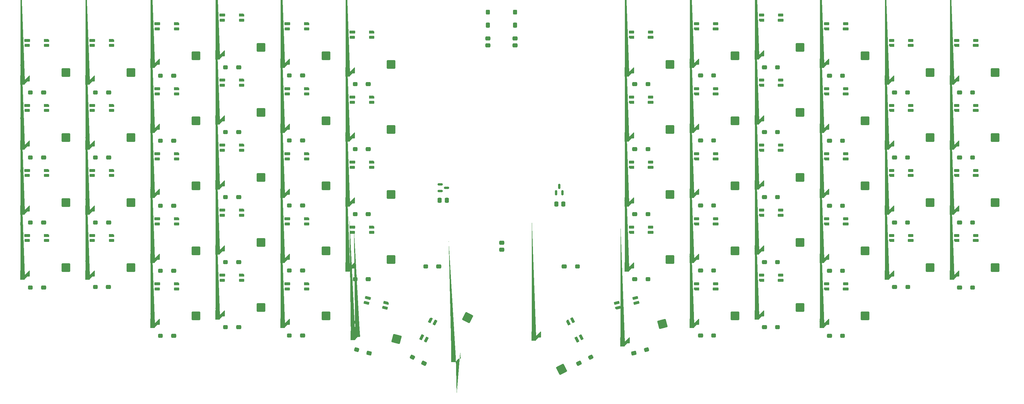
<source format=gtp>
%TF.GenerationSoftware,KiCad,Pcbnew,7.0.10*%
%TF.CreationDate,2024-03-02T14:12:03-05:00*%
%TF.ProjectId,Sofle_Chico_Panel,536f666c-655f-4436-9869-636f5f50616e,v3.5.4*%
%TF.SameCoordinates,Original*%
%TF.FileFunction,Paste,Top*%
%TF.FilePolarity,Positive*%
%FSLAX46Y46*%
G04 Gerber Fmt 4.6, Leading zero omitted, Abs format (unit mm)*
G04 Created by KiCad (PCBNEW 7.0.10) date 2024-03-02 14:12:03*
%MOMM*%
%LPD*%
G01*
G04 APERTURE LIST*
G04 Aperture macros list*
%AMRoundRect*
0 Rectangle with rounded corners*
0 $1 Rounding radius*
0 $2 $3 $4 $5 $6 $7 $8 $9 X,Y pos of 4 corners*
0 Add a 4 corners polygon primitive as box body*
4,1,4,$2,$3,$4,$5,$6,$7,$8,$9,$2,$3,0*
0 Add four circle primitives for the rounded corners*
1,1,$1+$1,$2,$3*
1,1,$1+$1,$4,$5*
1,1,$1+$1,$6,$7*
1,1,$1+$1,$8,$9*
0 Add four rect primitives between the rounded corners*
20,1,$1+$1,$2,$3,$4,$5,0*
20,1,$1+$1,$4,$5,$6,$7,0*
20,1,$1+$1,$6,$7,$8,$9,0*
20,1,$1+$1,$8,$9,$2,$3,0*%
%AMFreePoly0*
4,1,53,1.315063,1.345106,1.330902,1.345106,1.343715,1.335796,1.358779,1.330902,1.368088,1.318088,1.380902,1.308779,1.385796,1.293715,1.395106,1.280902,1.395106,1.265062,1.400000,1.250000,1.400000,-0.300000,1.395106,-0.315062,1.395106,-0.330902,1.385796,-0.343715,1.380902,-0.358779,1.368088,-0.368088,1.358779,-0.380902,1.343715,-0.385796,1.330902,-0.395106,1.315063,-0.395106,
1.300000,-0.400000,0.743013,-0.400000,-0.127405,-1.318774,-0.135680,-1.323276,-0.141221,-1.330902,-0.162261,-1.337738,-0.181694,-1.348311,-0.191039,-1.347088,-0.200000,-1.350000,-1.250000,-1.350000,-1.265063,-1.345106,-1.280902,-1.345106,-1.293715,-1.335796,-1.308779,-1.330902,-1.318088,-1.318088,-1.330902,-1.308779,-1.335796,-1.293715,-1.345106,-1.280902,-1.345106,-1.265062,-1.350000,-1.250000,
-1.350000,1.250000,-1.345106,1.265062,-1.345106,1.280902,-1.335796,1.293715,-1.330902,1.308779,-1.318088,1.318088,-1.308779,1.330902,-1.293715,1.335796,-1.280902,1.345106,-1.265063,1.345106,-1.250000,1.350000,1.300000,1.350000,1.315063,1.345106,1.315063,1.345106,$1*%
%AMFreePoly1*
4,1,18,-0.800000,0.287000,-0.790637,0.334070,-0.763974,0.373974,-0.724070,0.400637,-0.677000,0.410000,0.677000,0.410000,0.724070,0.400637,0.763974,0.373974,0.790637,0.334070,0.800000,0.287000,0.800000,-0.287000,0.790637,-0.334070,0.763974,-0.373974,0.724070,-0.400637,0.677000,-0.410000,-0.472000,-0.410000,-0.800000,-0.082000,-0.800000,0.287000,-0.800000,0.287000,$1*%
G04 Aperture macros list end*
%ADD10RoundRect,0.300000X-0.450000X-0.300000X0.450000X-0.300000X0.450000X0.300000X-0.450000X0.300000X0*%
%ADD11RoundRect,0.300000X-0.400000X-0.300000X0.400000X-0.300000X0.400000X0.300000X-0.400000X0.300000X0*%
%ADD12RoundRect,0.300000X-0.264756X-0.471598X0.537150X-0.063006X0.264756X0.471598X-0.537150X0.063006X0*%
%ADD13RoundRect,0.300000X-0.220205X-0.448898X0.492600X-0.085706X0.220205X0.448898X-0.492600X0.085706X0*%
%ADD14FreePoly0,180.000000*%
%ADD15RoundRect,0.250000X1.025000X1.000000X-1.025000X1.000000X-1.025000X-1.000000X1.025000X-1.000000X0*%
%ADD16FreePoly0,117.000000*%
%ADD17RoundRect,0.250000X1.356347X-0.459291X0.425666X1.367272X-1.356347X0.459291X-0.425666X-1.367272X0*%
%ADD18FreePoly0,195.000000*%
%ADD19RoundRect,0.250000X0.731255X1.231215X-1.248893X0.700636X-0.731255X-1.231215X1.248893X-0.700636X0*%
%ADD20RoundRect,0.300000X-0.357021X-0.406246X0.512312X-0.173309X0.357021X0.406246X-0.512312X0.173309X0*%
%ADD21RoundRect,0.300000X-0.308725X-0.393305X0.464016X-0.186250X0.308725X0.393305X-0.464016X0.186250X0*%
%ADD22FreePoly1,180.000000*%
%ADD23RoundRect,0.123000X-0.677000X-0.287000X0.677000X-0.287000X0.677000X0.287000X-0.677000X0.287000X0*%
%ADD24RoundRect,0.123000X0.677000X0.287000X-0.677000X0.287000X-0.677000X-0.287000X0.677000X-0.287000X0*%
%ADD25RoundRect,0.123000X0.727000X0.287000X-0.727000X0.287000X-0.727000X-0.287000X0.727000X-0.287000X0*%
%ADD26FreePoly1,0.000000*%
%ADD27RoundRect,0.123000X-0.727000X-0.287000X0.727000X-0.287000X0.727000X0.287000X-0.727000X0.287000X0*%
%ADD28RoundRect,0.300000X0.450000X0.300000X-0.450000X0.300000X-0.450000X-0.300000X0.450000X-0.300000X0*%
%ADD29RoundRect,0.300000X0.400000X0.300000X-0.400000X0.300000X-0.400000X-0.300000X0.400000X-0.300000X0*%
%ADD30FreePoly1,15.000000*%
%ADD31RoundRect,0.123000X0.579651X0.452441X-0.728213X0.102000X-0.579651X-0.452441X0.728213X-0.102000X0*%
%ADD32RoundRect,0.123000X-0.579651X-0.452441X0.728213X-0.102000X0.579651X0.452441X-0.728213X0.102000X0*%
%ADD33RoundRect,0.123000X-0.627947X-0.465382X0.776509X-0.089059X0.627947X0.465382X-0.776509X0.089059X0*%
%ADD34FreePoly1,297.000000*%
%ADD35RoundRect,0.123000X0.563070X-0.472916X-0.051633X0.733507X-0.563070X0.472916X0.051633X-0.733507X0*%
%ADD36RoundRect,0.123000X-0.563070X0.472916X0.051633X-0.733507X0.563070X-0.472916X-0.051633X0.733507X0*%
%ADD37RoundRect,0.123000X-0.585770X0.517466X0.074332X-0.778057X0.585770X-0.517466X-0.074332X0.778057X0*%
%ADD38RoundRect,0.300000X0.300000X-0.450000X0.300000X0.450000X-0.300000X0.450000X-0.300000X-0.450000X0*%
%ADD39RoundRect,0.300000X0.300000X-0.400000X0.300000X0.400000X-0.300000X0.400000X-0.300000X-0.400000X0*%
%ADD40RoundRect,0.250000X-0.475000X0.337500X-0.475000X-0.337500X0.475000X-0.337500X0.475000X0.337500X0*%
%ADD41FreePoly0,243.000000*%
%ADD42RoundRect,0.250000X-0.425666X1.367272X-1.356347X-0.459291X0.425666X-1.367272X1.356347X0.459291X0*%
%ADD43FreePoly1,165.000000*%
%ADD44RoundRect,0.123000X-0.728213X-0.102000X0.579651X-0.452441X0.728213X0.102000X-0.579651X0.452441X0*%
%ADD45RoundRect,0.123000X0.728213X0.102000X-0.579651X0.452441X-0.728213X-0.102000X0.579651X-0.452441X0*%
%ADD46RoundRect,0.123000X0.776509X0.089059X-0.627947X0.465382X-0.776509X-0.089059X0.627947X-0.465382X0*%
%ADD47FreePoly1,243.000000*%
%ADD48RoundRect,0.123000X-0.051633X-0.733507X0.563070X0.472916X0.051633X0.733507X-0.563070X-0.472916X0*%
%ADD49RoundRect,0.123000X0.051633X0.733507X-0.563070X-0.472916X-0.051633X-0.733507X0.563070X0.472916X0*%
%ADD50RoundRect,0.123000X0.074332X0.778057X-0.585770X-0.517466X-0.074332X-0.778057X0.585770X0.517466X0*%
%ADD51RoundRect,0.250000X0.337500X0.475000X-0.337500X0.475000X-0.337500X-0.475000X0.337500X-0.475000X0*%
%ADD52RoundRect,0.300000X0.537150X0.063006X-0.264756X0.471598X-0.537150X-0.063006X0.264756X-0.471598X0*%
%ADD53RoundRect,0.300000X0.492600X0.085706X-0.220205X0.448898X-0.492600X-0.085706X0.220205X-0.448898X0*%
%ADD54RoundRect,0.150000X0.150000X-0.587500X0.150000X0.587500X-0.150000X0.587500X-0.150000X-0.587500X0*%
%ADD55RoundRect,0.150000X-0.587500X-0.150000X0.587500X-0.150000X0.587500X0.150000X-0.587500X0.150000X0*%
%ADD56RoundRect,0.300000X0.512312X0.173309X-0.357021X0.406246X-0.512312X-0.173309X0.357021X-0.406246X0*%
%ADD57RoundRect,0.300000X0.464016X0.186250X-0.308725X0.393305X-0.464016X-0.186250X0.308725X-0.393305X0*%
%ADD58RoundRect,0.250000X-0.337500X-0.475000X0.337500X-0.475000X0.337500X0.475000X-0.337500X0.475000X0*%
%ADD59FreePoly0,165.000000*%
%ADD60RoundRect,0.250000X1.248893X0.700636X-0.731255X1.231215X-1.248893X-0.700636X0.731255X-1.231215X0*%
%ADD61RoundRect,0.250000X-1.025000X-1.000000X1.025000X-1.000000X1.025000X1.000000X-1.025000X1.000000X0*%
G04 APERTURE END LIST*
D10*
X157647500Y-73538135D03*
D11*
X161497500Y-73538135D03*
D10*
X176920000Y-70996885D03*
D11*
X180770000Y-70996885D03*
D10*
X195625500Y-68620135D03*
D11*
X199475500Y-68620135D03*
D10*
X214675500Y-71085135D03*
D11*
X218525500Y-71085135D03*
D10*
X233725500Y-75985135D03*
D11*
X237575500Y-75985135D03*
D10*
X252775500Y-75985135D03*
D11*
X256625500Y-75985135D03*
D10*
X157647500Y-111638135D03*
D11*
X161497500Y-111638135D03*
D10*
X157647500Y-130688135D03*
D11*
X161497500Y-130688135D03*
D10*
X136997500Y-127015135D03*
D11*
X140847500Y-127015135D03*
D12*
X141310037Y-155310416D03*
D13*
X144740412Y-153562553D03*
D14*
X155997500Y-69975135D03*
D15*
X167997500Y-67775135D03*
D14*
X194097500Y-64975135D03*
D15*
X206097500Y-62775135D03*
D14*
X155997500Y-108075135D03*
D15*
X167997500Y-105875135D03*
D14*
X175047500Y-105575135D03*
D15*
X187047500Y-103375135D03*
D14*
X194097500Y-122125135D03*
D15*
X206097500Y-119925135D03*
D14*
X232197500Y-129525135D03*
D15*
X244197500Y-127325135D03*
D16*
X128808240Y-147421364D03*
D17*
X136216340Y-157114663D03*
D18*
X154719674Y-149076557D03*
D19*
X165741382Y-143845691D03*
D14*
X251247500Y-91425135D03*
D15*
X263247500Y-89225135D03*
D14*
X251247500Y-110475135D03*
D15*
X263247500Y-108275135D03*
D14*
X251247500Y-129525135D03*
D15*
X263247500Y-127325135D03*
D14*
X213147500Y-67475135D03*
D15*
X225147500Y-65275135D03*
D10*
X157647500Y-92638135D03*
D11*
X161497500Y-92638135D03*
D10*
X176920000Y-90046885D03*
D11*
X180770000Y-90046885D03*
D10*
X195625500Y-87635135D03*
D11*
X199475500Y-87635135D03*
D10*
X214675500Y-90135135D03*
D11*
X218525500Y-90135135D03*
D10*
X233725500Y-95035135D03*
D11*
X237575500Y-95035135D03*
D10*
X252775500Y-95035135D03*
D11*
X256625500Y-95035135D03*
D14*
X232197500Y-72375135D03*
D15*
X244197500Y-70175135D03*
D14*
X175047500Y-86525135D03*
D15*
X187047500Y-84325135D03*
D14*
X213147500Y-86525135D03*
D15*
X225147500Y-84325135D03*
D14*
X194097500Y-84025135D03*
D15*
X206097500Y-81825135D03*
D14*
X213147500Y-105575135D03*
D15*
X225147500Y-103375135D03*
D14*
X251247500Y-72375135D03*
D15*
X263247500Y-70175135D03*
D14*
X213147500Y-143675135D03*
D15*
X225147500Y-141475135D03*
D14*
X232197500Y-91425135D03*
D15*
X244197500Y-89225135D03*
D14*
X213147500Y-124625135D03*
D15*
X225147500Y-122425135D03*
D14*
X232197500Y-110475135D03*
D15*
X244197500Y-108275135D03*
D14*
X194097500Y-141175135D03*
D15*
X206097500Y-138975135D03*
D14*
X194097500Y-103075135D03*
D15*
X206097500Y-100875135D03*
D14*
X175047500Y-67475135D03*
D15*
X187047500Y-65275135D03*
D20*
X157366445Y-152379697D03*
D21*
X161085259Y-151383244D03*
D14*
X175047500Y-124625135D03*
D15*
X187047500Y-122425135D03*
D10*
X195625500Y-106685135D03*
D11*
X199475500Y-106685135D03*
D10*
X233725500Y-114085135D03*
D11*
X237575500Y-114085135D03*
D10*
X252775500Y-114085135D03*
D11*
X256625500Y-114085135D03*
D10*
X176920000Y-147196885D03*
D11*
X180770000Y-147196885D03*
D10*
X195625500Y-144785135D03*
D11*
X199475500Y-144785135D03*
D10*
X252775500Y-133135135D03*
D11*
X256625500Y-133135135D03*
D10*
X176920000Y-128146885D03*
D11*
X180770000Y-128146885D03*
D10*
X195625500Y-125735135D03*
D11*
X199475500Y-125735135D03*
D10*
X214675500Y-128235135D03*
D11*
X218525500Y-128235135D03*
D10*
X233758000Y-133020135D03*
D11*
X237608000Y-133020135D03*
D10*
X176920000Y-109096885D03*
D11*
X180770000Y-109096885D03*
D10*
X214675500Y-147285135D03*
D11*
X218525500Y-147285135D03*
D14*
X175047500Y-143675135D03*
D15*
X187047500Y-141475135D03*
D22*
X-14697506Y-117905135D03*
D23*
X-14697506Y-119405135D03*
D24*
X-20297506Y-119405135D03*
D25*
X-20297506Y-117905135D03*
D14*
X74237500Y-108075135D03*
D15*
X86237500Y-105875135D03*
D26*
X175732506Y-57355135D03*
D24*
X175732506Y-55855135D03*
D23*
X181332506Y-55855135D03*
D27*
X181332506Y-57355135D03*
D28*
X-15540500Y-95035135D03*
D29*
X-19390500Y-95035135D03*
D30*
X152762090Y-139124095D03*
D31*
X152373861Y-137675206D03*
D32*
X157783046Y-136225819D03*
D33*
X158171275Y-137674708D03*
D26*
X232882506Y-100355135D03*
D24*
X232882506Y-98855135D03*
D23*
X238482506Y-98855135D03*
D27*
X238482506Y-100355135D03*
D34*
X138136213Y-143437326D03*
D35*
X139472722Y-142756340D03*
D36*
X142015069Y-147745976D03*
D37*
X140678560Y-148426962D03*
D14*
X74237500Y-69975135D03*
D15*
X86237500Y-67775135D03*
D38*
X114650000Y-56300135D03*
D39*
X114650000Y-52450135D03*
D14*
X155997500Y-127125135D03*
D15*
X167997500Y-124925135D03*
D22*
X42452494Y-72405135D03*
D23*
X42452494Y-73905135D03*
D24*
X36852494Y-73905135D03*
D25*
X36852494Y-72405135D03*
D22*
X42452494Y-53355135D03*
D23*
X42452494Y-54855135D03*
D24*
X36852494Y-54855135D03*
D25*
X36852494Y-53355135D03*
D22*
X-14697506Y-60755135D03*
D23*
X-14697506Y-62255135D03*
D24*
X-20297506Y-62255135D03*
D25*
X-20297506Y-60755135D03*
D28*
X22559500Y-109185135D03*
D29*
X18709500Y-109185135D03*
D26*
X232882506Y-81305135D03*
D24*
X232882506Y-79805135D03*
D23*
X238482506Y-79805135D03*
D27*
X238482506Y-81305135D03*
D40*
X114662500Y-60175135D03*
X114662500Y-62250135D03*
D28*
X41609500Y-125735135D03*
D29*
X37759500Y-125735135D03*
D14*
X-21012501Y-91425135D03*
D15*
X-9012501Y-89225135D03*
D26*
X232882506Y-62255135D03*
D24*
X232882506Y-60755135D03*
D23*
X238482506Y-60755135D03*
D27*
X238482506Y-62255135D03*
D26*
X232882506Y-119405135D03*
D24*
X232882506Y-117905135D03*
D23*
X238482506Y-117905135D03*
D27*
X238482506Y-119405135D03*
D22*
X23402494Y-132055135D03*
D23*
X23402494Y-133555135D03*
D24*
X17802494Y-133555135D03*
D25*
X17802494Y-132055135D03*
D14*
X-1962500Y-72375135D03*
D15*
X10037500Y-70175135D03*
D38*
X122585000Y-56300135D03*
D39*
X122585000Y-52450135D03*
D28*
X60315001Y-70996885D03*
D29*
X56465001Y-70996885D03*
D26*
X175732506Y-76405135D03*
D24*
X175732506Y-74905135D03*
D23*
X181332506Y-74905135D03*
D27*
X181332506Y-76405135D03*
D28*
X41609500Y-106685135D03*
D29*
X37759500Y-106685135D03*
D14*
X17087500Y-124625135D03*
D15*
X29087500Y-122425135D03*
D26*
X213832506Y-114505135D03*
D24*
X213832506Y-113005135D03*
D23*
X219432506Y-113005135D03*
D27*
X219432506Y-114505135D03*
D14*
X-1962499Y-91425135D03*
D15*
X10037501Y-89225135D03*
D22*
X23402494Y-93955135D03*
D23*
X23402494Y-95455135D03*
D24*
X17802494Y-95455135D03*
D25*
X17802494Y-93955135D03*
D26*
X194782506Y-112005135D03*
D24*
X194782506Y-110505135D03*
D23*
X200382506Y-110505135D03*
D27*
X200382506Y-112005135D03*
D22*
X-14697506Y-98855135D03*
D23*
X-14697506Y-100355135D03*
D24*
X-20297506Y-100355135D03*
D25*
X-20297506Y-98855135D03*
D14*
X36137500Y-84025135D03*
D15*
X48137500Y-81825135D03*
D14*
X-21012500Y-72375135D03*
D15*
X-9012500Y-70175135D03*
D14*
X-1962500Y-110475135D03*
D15*
X10037500Y-108275135D03*
D40*
X122572500Y-60175135D03*
X122572500Y-62250135D03*
D14*
X36137500Y-122125135D03*
D15*
X48137500Y-119925135D03*
D22*
X23402494Y-74905135D03*
D23*
X23402494Y-76405135D03*
D24*
X17802494Y-76405135D03*
D25*
X17802494Y-74905135D03*
D28*
X60315000Y-109096885D03*
D29*
X56465000Y-109096885D03*
D26*
X251932506Y-100355135D03*
D24*
X251932506Y-98855135D03*
D23*
X257532506Y-98855135D03*
D27*
X257532506Y-100355135D03*
D14*
X55187500Y-86525135D03*
D15*
X67187500Y-84325135D03*
D14*
X17087500Y-105575135D03*
D15*
X29087500Y-103375135D03*
D10*
X214675500Y-109185135D03*
D11*
X218525500Y-109185135D03*
D22*
X23402494Y-113005135D03*
D23*
X23402494Y-114505135D03*
D24*
X17802494Y-114505135D03*
D25*
X17802494Y-113005135D03*
D28*
X-15540500Y-114085135D03*
D29*
X-19390500Y-114085135D03*
D22*
X61502494Y-132055135D03*
D23*
X61502494Y-133555135D03*
D24*
X55902494Y-133555135D03*
D25*
X55902494Y-132055135D03*
D26*
X156682506Y-97955135D03*
D24*
X156682506Y-96455135D03*
D23*
X162282506Y-96455135D03*
D27*
X162282506Y-97955135D03*
D22*
X80552494Y-96455134D03*
D23*
X80552494Y-97955134D03*
D24*
X74952494Y-97955134D03*
D25*
X74952494Y-96455134D03*
D22*
X4352494Y-98855135D03*
D23*
X4352494Y-100355135D03*
D24*
X-1247506Y-100355135D03*
D25*
X-1247506Y-98855135D03*
D26*
X213832506Y-76405135D03*
D24*
X213832506Y-74905135D03*
D23*
X219432506Y-74905135D03*
D27*
X219432506Y-76405135D03*
D22*
X4352494Y-117905135D03*
D23*
X4352494Y-119405135D03*
D24*
X-1247506Y-119405135D03*
D25*
X-1247506Y-117905135D03*
D28*
X41609500Y-144785135D03*
D29*
X37759500Y-144785135D03*
D41*
X105248826Y-153658410D03*
D42*
X108736498Y-141967552D03*
D28*
X60315000Y-147196885D03*
D29*
X56465000Y-147196885D03*
D26*
X175732506Y-114505135D03*
D24*
X175732506Y-113005135D03*
D23*
X181332506Y-113005135D03*
D27*
X181332506Y-114505135D03*
D26*
X251932506Y-62255135D03*
D24*
X251932506Y-60755135D03*
D23*
X257532506Y-60755135D03*
D27*
X257532506Y-62255135D03*
D14*
X-21012500Y-129525135D03*
D15*
X-9012500Y-127325135D03*
D43*
X84861139Y-137675206D03*
D44*
X84472910Y-139124095D03*
D45*
X79063725Y-137674708D03*
D46*
X79451954Y-136225819D03*
D22*
X42452494Y-91455135D03*
D23*
X42452494Y-92955135D03*
D24*
X36852494Y-92955135D03*
D25*
X36852494Y-91455135D03*
D14*
X17087500Y-86525135D03*
D15*
X29087500Y-84325135D03*
D28*
X3509500Y-95035135D03*
D29*
X-340500Y-95035135D03*
D28*
X41609500Y-68620135D03*
D29*
X37759500Y-68620135D03*
D47*
X97762278Y-142756340D03*
D48*
X99098787Y-143437326D03*
D49*
X96556440Y-148426962D03*
D50*
X95219931Y-147745976D03*
D28*
X22559500Y-71085135D03*
D29*
X18709500Y-71085135D03*
D26*
X156682506Y-59855135D03*
D24*
X156682506Y-58355135D03*
D23*
X162282506Y-58355135D03*
D27*
X162282506Y-59855135D03*
D22*
X61502494Y-74905135D03*
D23*
X61502494Y-76405135D03*
D24*
X55902494Y-76405135D03*
D25*
X55902494Y-74905135D03*
D26*
X194782506Y-54855135D03*
D24*
X194782506Y-53355135D03*
D23*
X200382506Y-53355135D03*
D27*
X200382506Y-54855135D03*
D22*
X80552494Y-58355135D03*
D23*
X80552494Y-59855135D03*
D24*
X74952494Y-59855135D03*
D25*
X74952494Y-58355135D03*
D26*
X194782506Y-131055135D03*
D24*
X194782506Y-129555135D03*
D23*
X200382506Y-129555135D03*
D27*
X200382506Y-131055135D03*
D28*
X79587500Y-92638135D03*
D29*
X75737500Y-92638135D03*
D51*
X136737500Y-108675000D03*
X134662500Y-108675000D03*
D28*
X-15540500Y-133135135D03*
D29*
X-19390500Y-133135135D03*
D26*
X194782506Y-73905135D03*
D24*
X194782506Y-72405135D03*
D23*
X200382506Y-72405135D03*
D27*
X200382506Y-73905135D03*
D28*
X22559500Y-128235135D03*
D29*
X18709500Y-128235135D03*
D28*
X79587500Y-73538135D03*
D29*
X75737500Y-73538135D03*
D14*
X36137500Y-103075135D03*
D15*
X48137500Y-100875135D03*
D14*
X36137500Y-141175134D03*
D15*
X48137500Y-138975134D03*
D40*
X118675000Y-120012500D03*
X118675000Y-122087500D03*
D22*
X61502494Y-113005136D03*
D23*
X61502494Y-114505136D03*
D24*
X55902494Y-114505136D03*
D25*
X55902494Y-113005136D03*
D14*
X55187500Y-67475136D03*
D15*
X67187500Y-65275136D03*
D14*
X155997500Y-89025135D03*
D15*
X167997500Y-86825135D03*
D22*
X23402495Y-55855135D03*
D23*
X23402495Y-57355135D03*
D24*
X17802495Y-57355135D03*
D25*
X17802495Y-55855135D03*
D26*
X175732506Y-133555135D03*
D24*
X175732506Y-132055135D03*
D23*
X181332506Y-132055135D03*
D27*
X181332506Y-133555135D03*
D28*
X60315000Y-128146885D03*
D29*
X56465000Y-128146885D03*
D14*
X17087500Y-143675135D03*
D15*
X29087500Y-141475135D03*
D14*
X17087500Y-67475135D03*
D15*
X29087500Y-65275135D03*
D22*
X42452494Y-129555135D03*
D23*
X42452494Y-131055135D03*
D24*
X36852494Y-131055135D03*
D25*
X36852494Y-129555135D03*
D14*
X55187500Y-143675135D03*
D15*
X67187500Y-141475135D03*
D28*
X22559501Y-147285135D03*
D29*
X18709501Y-147285135D03*
D26*
X156682506Y-78905135D03*
D24*
X156682506Y-77405135D03*
D23*
X162282506Y-77405135D03*
D27*
X162282506Y-78905135D03*
D26*
X213832506Y-57355135D03*
D24*
X213832506Y-55855135D03*
D23*
X219432506Y-55855135D03*
D27*
X219432506Y-57355135D03*
D26*
X156682506Y-117005135D03*
D24*
X156682506Y-115505135D03*
D23*
X162282506Y-115505135D03*
D27*
X162282506Y-117005135D03*
D28*
X41609500Y-87635135D03*
D29*
X37759500Y-87635135D03*
D22*
X80552495Y-115505135D03*
D23*
X80552495Y-117005135D03*
D24*
X74952495Y-117005135D03*
D25*
X74952495Y-115505135D03*
D26*
X213832506Y-95455135D03*
D24*
X213832506Y-93955135D03*
D23*
X219432506Y-93955135D03*
D27*
X219432506Y-95455135D03*
D14*
X55187500Y-124625135D03*
D15*
X67187500Y-122425135D03*
D28*
X3509500Y-114085135D03*
D29*
X-340500Y-114085135D03*
D26*
X175732506Y-95455135D03*
D24*
X175732506Y-93955135D03*
D23*
X181332506Y-93955135D03*
D27*
X181332506Y-95455135D03*
D22*
X-14697506Y-79805135D03*
D23*
X-14697506Y-81305135D03*
D24*
X-20297506Y-81305135D03*
D25*
X-20297506Y-79805135D03*
D14*
X74237500Y-127125135D03*
D15*
X86237500Y-124925135D03*
D26*
X194782506Y-92955135D03*
D24*
X194782506Y-91455135D03*
D23*
X200382506Y-91455135D03*
D27*
X200382506Y-92955135D03*
D22*
X61502494Y-93955134D03*
D23*
X61502494Y-95455134D03*
D24*
X55902494Y-95455134D03*
D25*
X55902494Y-93955134D03*
D52*
X95924963Y-155310416D03*
D53*
X92494588Y-153562553D03*
D14*
X-21012500Y-110475135D03*
D15*
X-9012500Y-108275135D03*
D26*
X251932506Y-81305135D03*
D24*
X251932506Y-79805135D03*
D23*
X257532506Y-79805135D03*
D27*
X257532506Y-81305135D03*
D28*
X3477000Y-133020135D03*
D29*
X-373000Y-133020135D03*
D22*
X42452494Y-110505135D03*
D23*
X42452494Y-112005135D03*
D24*
X36852494Y-112005135D03*
D25*
X36852494Y-110505135D03*
D28*
X60315000Y-90046885D03*
D29*
X56465000Y-90046885D03*
D22*
X61502494Y-55855135D03*
D23*
X61502494Y-57355135D03*
D24*
X55902494Y-57355135D03*
D25*
X55902494Y-55855135D03*
D28*
X3509500Y-75985135D03*
D29*
X-340500Y-75985135D03*
D54*
X134600000Y-105437500D03*
X136500000Y-105437500D03*
X135550000Y-103562500D03*
D14*
X36137500Y-64975136D03*
D15*
X48137500Y-62775136D03*
D28*
X79587501Y-111638135D03*
D29*
X75737501Y-111638135D03*
D28*
X100237501Y-127015135D03*
D29*
X96387501Y-127015135D03*
D14*
X-1962500Y-129525135D03*
D15*
X10037500Y-127325135D03*
D14*
X55187500Y-105575135D03*
D15*
X67187500Y-103375135D03*
D28*
X22559500Y-90135135D03*
D29*
X18709500Y-90135135D03*
D28*
X-15540500Y-75985135D03*
D29*
X-19390500Y-75985135D03*
D55*
X100622500Y-102975000D03*
X100622500Y-104875000D03*
X102497500Y-103925000D03*
D22*
X4352494Y-79805135D03*
D23*
X4352494Y-81305135D03*
D24*
X-1247506Y-81305135D03*
D25*
X-1247506Y-79805135D03*
D26*
X251932506Y-119405135D03*
D24*
X251932506Y-117905135D03*
D23*
X257532506Y-117905135D03*
D27*
X257532506Y-119405135D03*
D56*
X79865853Y-152382556D03*
D57*
X76147039Y-151386103D03*
D26*
X213832506Y-133555135D03*
D24*
X213832506Y-132055135D03*
D23*
X219432506Y-132055135D03*
D27*
X219432506Y-133555135D03*
D22*
X4352494Y-60755135D03*
D23*
X4352494Y-62255135D03*
D24*
X-1247506Y-62255135D03*
D25*
X-1247506Y-60755135D03*
D58*
X100497500Y-107575000D03*
X102572500Y-107575000D03*
D28*
X79587500Y-130688135D03*
D29*
X75737500Y-130688135D03*
D59*
X75753845Y-147264823D03*
D60*
X87914357Y-148245615D03*
D22*
X80552494Y-77405135D03*
D23*
X80552494Y-78905135D03*
D24*
X74952494Y-78905135D03*
D25*
X74952494Y-77405135D03*
D14*
X74237500Y-89025135D03*
D61*
X86237500Y-86825135D03*
M02*

</source>
